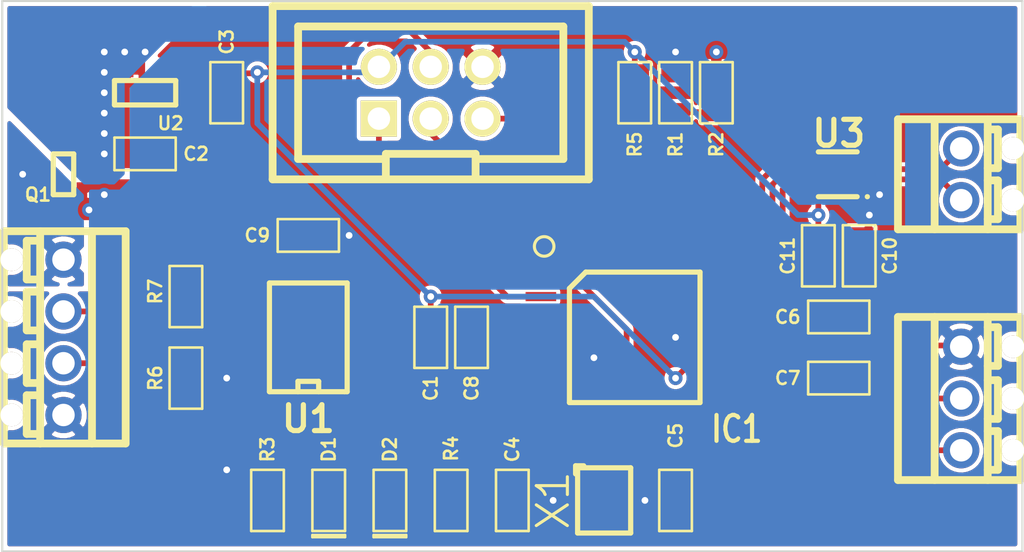
<source format=kicad_pcb>
(kicad_pcb (version 3) (host pcbnew "(2013-mar-13)-testing")
  (layers (15 Front signal) (0 Back signal) (18 B.Paste user) (19 F.Paste user) (20 B.SilkS user) (21 F.SilkS user) (22 B.Mask user) (23 F.Mask user) (28 Edge.Cuts user))
  (net 0 "")
  (net 1 +5V)
  (net 2 +BATT)
  (net 3 /Core/ARef)
  (net 4 /Core/CAN_HIGH)
  (net 5 /Core/CAN_LOW)
  (net 6 /Core/CAN_RX)
  (net 7 /Core/CAN_TX)
  (net 8 /Core/F_PWM)
  (net 9 /Core/ISP_MISO)
  (net 10 /Core/ISP_MOSI)
  (net 11 /Core/ISP_RES)
  (net 12 /Core/ISP_SCK)
  (net 13 /Core/MOTOR+)
  (net 14 /Core/MOTOR-)
  (net 15 /Core/R_PWM)
  (net 16 /Core/aPot)
  (net 17 /Core/ledA)
  (net 18 /Core/ledB)
  (net 19 /Core/m_EN)
  (net 20 /Core/uBattFB)
  (net 21 /Core/uIn)
  (net 22 GND)
  (net 23 N-000014)
  (net 24 N-000015)
  (net 25 N-000020)
  (net 26 N-000021)
  (net 27 N-000041)
  (module XTAL_SMD_2mm5x2mm (layer Front) (at 209.5 156 270)
    (fp_text reference X1 (at 0 2.5 270) (layer F.SilkS))
    (fp_text value 16MHz hide)
    (pad 1 smd rect (at -0.8509 0.65024 270) (size 1.19888 1.00076) (layers Front F.Paste F.Mask) (net 24 N-000015))
    (pad 2 smd rect (at 0.8509 0.65024 270) (size 1.19888 1.00076) (layers Front F.Paste F.Mask) (net 22 GND))
    (pad 3 smd rect (at 0.8509 -0.65024 270) (size 1.19888 1.00076) (layers Front F.Paste F.Mask) (net 23 N-000014))
    (pad 4 smd rect (at -0.8509 -0.65024 270) (size 1.19888 1.00076) (layers Front F.Paste F.Mask) (net 22 GND))
  )
  (module TQFP-32 (layer Front) (at 211 148)
    (fp_text reference IC1 (at 5 4.5) (layer F.SilkS) (effects (font (size 1.27 1.016) (thickness 0.2032))))
    (fp_text value ATMEGA32M1_QFN32 hide)
    (pad 8 smd rect (at -4.59994 2.79908) (size 1.50114 0.44958) (layers Front F.Paste F.Mask) (net 17 /Core/ledA))
    (pad 7 smd rect (at -4.59994 1.99898) (size 1.50114 0.44958) (layers Front F.Paste F.Mask) (net 6 /Core/CAN_RX))
    (pad 6 smd rect (at -4.59994 1.19888) (size 1.50114 0.44958) (layers Front F.Paste F.Mask) (net 7 /Core/CAN_TX))
    (pad 5 smd rect (at -4.59994 0.39878) (size 1.50114 0.44958) (layers Front F.Paste F.Mask) (net 22 GND))
    (pad 4 smd rect (at -4.59994 -0.39878) (size 1.50114 0.44958) (layers Front F.Paste F.Mask) (net 1 +5V))
    (pad 3 smd rect (at -4.59994 -1.19888) (size 1.50114 0.44958) (layers Front F.Paste F.Mask))
    (pad 2 smd rect (at -4.59994 -1.99898) (size 1.50114 0.44958) (layers Front F.Paste F.Mask) (net 10 /Core/ISP_MOSI))
    (pad 1 smd rect (at -4.59994 -2.79908) (size 1.50114 0.44958) (layers Front F.Paste F.Mask) (net 9 /Core/ISP_MISO))
    (pad 24 smd rect (at 4.59994 -2.79908) (size 1.50114 0.44958) (layers Front F.Paste F.Mask) (net 15 /Core/R_PWM))
    (pad 17 smd rect (at 4.59994 2.79908) (size 1.50114 0.44958) (layers Front F.Paste F.Mask))
    (pad 18 smd rect (at 4.59994 1.99898) (size 1.50114 0.44958) (layers Front F.Paste F.Mask))
    (pad 19 smd rect (at 4.59994 1.19888) (size 1.50114 0.44958) (layers Front F.Paste F.Mask) (net 1 +5V))
    (pad 20 smd rect (at 4.59994 0.39878) (size 1.50114 0.44958) (layers Front F.Paste F.Mask) (net 22 GND))
    (pad 21 smd rect (at 4.59994 -0.39878) (size 1.50114 0.44958) (layers Front F.Paste F.Mask) (net 3 /Core/ARef))
    (pad 22 smd rect (at 4.59994 -1.19888) (size 1.50114 0.44958) (layers Front F.Paste F.Mask) (net 19 /Core/m_EN))
    (pad 23 smd rect (at 4.59994 -1.99898) (size 1.50114 0.44958) (layers Front F.Paste F.Mask) (net 8 /Core/F_PWM))
    (pad 32 smd rect (at -2.79908 -4.59994) (size 0.44958 1.50114) (layers Front F.Paste F.Mask))
    (pad 31 smd rect (at -1.99898 -4.59994) (size 0.44958 1.50114) (layers Front F.Paste F.Mask) (net 11 /Core/ISP_RES))
    (pad 30 smd rect (at -1.19888 -4.59994) (size 0.44958 1.50114) (layers Front F.Paste F.Mask))
    (pad 29 smd rect (at -0.39878 -4.59994) (size 0.44958 1.50114) (layers Front F.Paste F.Mask))
    (pad 28 smd rect (at 0.39878 -4.59994) (size 0.44958 1.50114) (layers Front F.Paste F.Mask))
    (pad 27 smd rect (at 1.19888 -4.59994) (size 0.44958 1.50114) (layers Front F.Paste F.Mask))
    (pad 26 smd rect (at 1.99898 -4.59994) (size 0.44958 1.50114) (layers Front F.Paste F.Mask) (net 20 /Core/uBattFB))
    (pad 25 smd rect (at 2.79908 -4.59994) (size 0.44958 1.50114) (layers Front F.Paste F.Mask))
    (pad 9 smd rect (at -2.79908 4.59994) (size 0.44958 1.50114) (layers Front F.Paste F.Mask) (net 18 /Core/ledB))
    (pad 10 smd rect (at -1.99898 4.59994) (size 0.44958 1.50114) (layers Front F.Paste F.Mask) (net 24 N-000015))
    (pad 11 smd rect (at -1.19888 4.59994) (size 0.44958 1.50114) (layers Front F.Paste F.Mask) (net 23 N-000014))
    (pad 12 smd rect (at -0.39878 4.59994) (size 0.44958 1.50114) (layers Front F.Paste F.Mask) (net 12 /Core/ISP_SCK))
    (pad 13 smd rect (at 0.39878 4.59994) (size 0.44958 1.50114) (layers Front F.Paste F.Mask))
    (pad 14 smd rect (at 1.19888 4.59994) (size 0.44958 1.50114) (layers Front F.Paste F.Mask))
    (pad 15 smd rect (at 1.99898 4.59994) (size 0.44958 1.50114) (layers Front F.Paste F.Mask))
    (pad 16 smd rect (at 2.79908 4.59994) (size 0.44958 1.50114) (layers Front F.Paste F.Mask) (net 16 /Core/aPot))
  )
  (module SMD-0805-LED (layer Front) (at 196 156 270)
    (fp_text reference D1 (at -2.5 0 270) (layer F.SilkS) (effects (font (size 0.635 0.635) (thickness 0.127))))
    (fp_text value LED hide)
    (pad 1 smd rect (at -0.9525 0 270) (size 0.889 1.397) (layers Front F.Paste F.Mask) (net 17 /Core/ledA))
    (pad 2 smd rect (at 0.9525 0 270) (size 0.889 1.397) (layers Front F.Paste F.Mask) (net 26 N-000021))
  )
  (module SMD-0805 (layer Front) (at 191 136 270)
    (fp_text reference C3 (at -2.5 0 270) (layer F.SilkS) (effects (font (size 0.635 0.635) (thickness 0.127))))
    (fp_text value 0µ1 hide)
    (pad 1 smd rect (at -0.9525 0 270) (size 0.889 1.397) (layers Front F.Paste F.Mask) (net 1 +5V))
    (pad 2 smd rect (at 0.9525 0 270) (size 0.889 1.397) (layers Front F.Paste F.Mask) (net 22 GND))
  )
  (module SMD-0805 (layer Front) (at 193 156 90)
    (fp_text reference R3 (at 2.5 0 90) (layer F.SilkS) (effects (font (size 0.635 0.635) (thickness 0.127))))
    (fp_text value 400 hide)
    (pad 1 smd rect (at -0.9525 0 90) (size 0.889 1.397) (layers Front F.Paste F.Mask) (net 26 N-000021))
    (pad 2 smd rect (at 0.9525 0 90) (size 0.889 1.397) (layers Front F.Paste F.Mask) (net 22 GND))
  )
  (module SMD-0805 (layer Front) (at 215 136 90)
    (fp_text reference R2 (at -2.54 0 90) (layer F.SilkS) (effects (font (size 0.635 0.635) (thickness 0.127))))
    (fp_text value 22k hide)
    (pad 1 smd rect (at -0.9525 0 90) (size 0.889 1.397) (layers Front F.Paste F.Mask) (net 20 /Core/uBattFB))
    (pad 2 smd rect (at 0.9525 0 90) (size 0.889 1.397) (layers Front F.Paste F.Mask) (net 22 GND))
  )
  (module SMD-0805 (layer Front) (at 213 136 270)
    (fp_text reference R1 (at 2.54 0 270) (layer F.SilkS) (effects (font (size 0.635 0.635) (thickness 0.127))))
    (fp_text value 12k hide)
    (pad 1 smd rect (at -0.9525 0 270) (size 0.889 1.397) (layers Front F.Paste F.Mask) (net 2 +BATT))
    (pad 2 smd rect (at 0.9525 0 270) (size 0.889 1.397) (layers Front F.Paste F.Mask) (net 20 /Core/uBattFB))
  )
  (module SMD-0805 (layer Front) (at 195 143 180)
    (fp_text reference C9 (at 2.5 0 180) (layer F.SilkS) (effects (font (size 0.635 0.635) (thickness 0.127))))
    (fp_text value cCAN hide)
    (pad 1 smd rect (at -0.9525 0 180) (size 0.889 1.397) (layers Front F.Paste F.Mask) (net 22 GND))
    (pad 2 smd rect (at 0.9525 0 180) (size 0.889 1.397) (layers Front F.Paste F.Mask) (net 27 N-000041))
  )
  (module SMD-0805 (layer Front) (at 220 144 270)
    (fp_text reference C11 (at 0 1.5 270) (layer F.SilkS) (effects (font (size 0.635 0.635) (thickness 0.127))))
    (fp_text value 100n hide)
    (pad 1 smd rect (at -0.9525 0 270) (size 0.889 1.397) (layers Front F.Paste F.Mask) (net 1 +5V))
    (pad 2 smd rect (at 0.9525 0 270) (size 0.889 1.397) (layers Front F.Paste F.Mask) (net 22 GND))
  )
  (module SMD-0805 (layer Front) (at 213 156 270)
    (fp_text reference C5 (at -3.175 0 270) (layer F.SilkS) (effects (font (size 0.635 0.635) (thickness 0.127))))
    (fp_text value 10p hide)
    (pad 1 smd rect (at -0.9525 0 270) (size 0.889 1.397) (layers Front F.Paste F.Mask) (net 22 GND))
    (pad 2 smd rect (at 0.9525 0 270) (size 0.889 1.397) (layers Front F.Paste F.Mask) (net 23 N-000014))
  )
  (module SMD-0805 (layer Front) (at 221 147)
    (fp_text reference C6 (at -2.5 0) (layer F.SilkS) (effects (font (size 0.635 0.635) (thickness 0.127))))
    (fp_text value 100n hide)
    (pad 1 smd rect (at -0.9525 0) (size 0.889 1.397) (layers Front F.Paste F.Mask) (net 3 /Core/ARef))
    (pad 2 smd rect (at 0.9525 0) (size 0.889 1.397) (layers Front F.Paste F.Mask) (net 22 GND))
  )
  (module SMD-0805 (layer Front) (at 221 150)
    (fp_text reference C7 (at -2.5 0) (layer F.SilkS) (effects (font (size 0.635 0.635) (thickness 0.127))))
    (fp_text value 100n hide)
    (pad 1 smd rect (at -0.9525 0) (size 0.889 1.397) (layers Front F.Paste F.Mask) (net 1 +5V))
    (pad 2 smd rect (at 0.9525 0) (size 0.889 1.397) (layers Front F.Paste F.Mask) (net 22 GND))
  )
  (module SMD-0805 (layer Front) (at 187 139)
    (fp_text reference C2 (at 2.5 0) (layer F.SilkS) (effects (font (size 0.635 0.635) (thickness 0.127))))
    (fp_text value 0µ1 hide)
    (pad 1 smd rect (at -0.9525 0) (size 0.889 1.397) (layers Front F.Paste F.Mask) (net 2 +BATT))
    (pad 2 smd rect (at 0.9525 0) (size 0.889 1.397) (layers Front F.Paste F.Mask) (net 22 GND))
  )
  (module SMD-0805 (layer Front) (at 201 148 270)
    (fp_text reference C1 (at 2.5 0 270) (layer F.SilkS) (effects (font (size 0.635 0.635) (thickness 0.127))))
    (fp_text value 100n hide)
    (pad 1 smd rect (at -0.9525 0 270) (size 0.889 1.397) (layers Front F.Paste F.Mask) (net 1 +5V))
    (pad 2 smd rect (at 0.9525 0 270) (size 0.889 1.397) (layers Front F.Paste F.Mask) (net 22 GND))
  )
  (module SMD-0805 (layer Front) (at 203 148 270)
    (fp_text reference C8 (at 2.5 0 270) (layer F.SilkS) (effects (font (size 0.635 0.635) (thickness 0.127))))
    (fp_text value 100n hide)
    (pad 1 smd rect (at -0.9525 0 270) (size 0.889 1.397) (layers Front F.Paste F.Mask) (net 1 +5V))
    (pad 2 smd rect (at 0.9525 0 270) (size 0.889 1.397) (layers Front F.Paste F.Mask) (net 22 GND))
  )
  (module SMD-0805 (layer Front) (at 211 136 270)
    (fp_text reference R5 (at 2.54 0 270) (layer F.SilkS) (effects (font (size 0.635 0.635) (thickness 0.127))))
    (fp_text value 10k hide)
    (pad 1 smd rect (at -0.9525 0 270) (size 0.889 1.397) (layers Front F.Paste F.Mask) (net 1 +5V))
    (pad 2 smd rect (at 0.9525 0 270) (size 0.889 1.397) (layers Front F.Paste F.Mask) (net 11 /Core/ISP_RES))
  )
  (module SMD-0805 (layer Front) (at 189 150 270)
    (fp_text reference R6 (at 0 1.5 270) (layer F.SilkS) (effects (font (size 0.635 0.635) (thickness 0.127))))
    (fp_text value rCAN hide)
    (pad 1 smd rect (at -0.9525 0 270) (size 0.889 1.397) (layers Front F.Paste F.Mask) (net 4 /Core/CAN_HIGH))
    (pad 2 smd rect (at 0.9525 0 270) (size 0.889 1.397) (layers Front F.Paste F.Mask) (net 27 N-000041))
  )
  (module SMD-0805 (layer Front) (at 222 144 270)
    (fp_text reference C10 (at 0 -1.5 270) (layer F.SilkS) (effects (font (size 0.635 0.635) (thickness 0.127))))
    (fp_text value 100n hide)
    (pad 1 smd rect (at -0.9525 0 270) (size 0.889 1.397) (layers Front F.Paste F.Mask) (net 2 +BATT))
    (pad 2 smd rect (at 0.9525 0 270) (size 0.889 1.397) (layers Front F.Paste F.Mask) (net 22 GND))
  )
  (module SMD-0805 (layer Front) (at 202 156 90)
    (fp_text reference R4 (at 2.54 0 90) (layer F.SilkS) (effects (font (size 0.635 0.635) (thickness 0.127))))
    (fp_text value 400 hide)
    (pad 1 smd rect (at -0.9525 0 90) (size 0.889 1.397) (layers Front F.Paste F.Mask) (net 25 N-000020))
    (pad 2 smd rect (at 0.9525 0 90) (size 0.889 1.397) (layers Front F.Paste F.Mask) (net 22 GND))
  )
  (module SMD-0805 (layer Front) (at 205 156 270)
    (fp_text reference C4 (at -2.5 0 270) (layer F.SilkS) (effects (font (size 0.635 0.635) (thickness 0.127))))
    (fp_text value 12p hide)
    (pad 1 smd rect (at -0.9525 0 270) (size 0.889 1.397) (layers Front F.Paste F.Mask) (net 24 N-000015))
    (pad 2 smd rect (at 0.9525 0 270) (size 0.889 1.397) (layers Front F.Paste F.Mask) (net 22 GND))
  )
  (module DIN_41651_3x2 (layer Front) (at 201 136)
    (fp_text reference ISP1 hide)
    (fp_text value ATMEL_ISP-6P hide)
    (pad 1 thru_hole rect (at -2.54 1.27) (size 1.77038 1.77038) (drill 1.09982) (layers *.Cu *.Mask F.SilkS) (net 9 /Core/ISP_MISO))
    (pad 2 thru_hole circle (at -2.54 -1.27) (size 1.77038 1.77038) (drill 1.09982) (layers *.Cu *.Mask F.SilkS) (net 1 +5V))
    (pad 3 thru_hole circle (at 0 1.27) (size 1.77038 1.77038) (drill 1.09982) (layers *.Cu *.Mask F.SilkS) (net 12 /Core/ISP_SCK))
    (pad 4 thru_hole circle (at 0 -1.27) (size 1.77038 1.77038) (drill 1.09982) (layers *.Cu *.Mask F.SilkS) (net 10 /Core/ISP_MOSI))
    (pad 5 thru_hole circle (at 2.54 1.27) (size 1.77038 1.77038) (drill 1.09982) (layers *.Cu *.Mask F.SilkS) (net 11 /Core/ISP_RES))
    (pad 6 thru_hole circle (at 2.54 -1.27) (size 1.77038 1.77038) (drill 1.09982) (layers *.Cu *.Mask F.SilkS) (net 22 GND))
  )
  (module MPT_0,5/2,54x02 (layer Front) (at 227 140 90)
    (fp_text reference P3 hide)
    (fp_text value MOTOR hide)
    (pad "" thru_hole circle (at 1.27 2.54 90) (size 1.09982 1.09982) (drill 1.09982) (layers *.Cu *.Mask F.SilkS))
    (pad "" thru_hole circle (at -1.27 2.54 90) (size 1.09982 1.09982) (drill 1.09982) (layers *.Cu *.Mask F.SilkS))
    (pad 1 thru_hole circle (at -1.27 0 90) (size 1.778 1.778) (drill 1.09982) (layers *.Cu *.Mask) (net 13 /Core/MOTOR+))
    (pad 2 thru_hole circle (at 1.27 0 90) (size 1.778 1.778) (drill 1.09982) (layers *.Cu *.Mask) (net 14 /Core/MOTOR-))
  )
  (module SMD-PWSON-8 (layer Front) (at 221 140 90)
    (fp_text reference U3 (at 2 0 180) (layer F.SilkS) (effects (font (size 1.27 1.27) (thickness 0.254))))
    (fp_text value DRV8837-DSG hide)
    (pad TPAD smd rect (at 0 0 90) (size 1.6 0.9) (layers Front F.Paste F.Mask) (net 22 GND) (clearance 0.2))
    (pad 1 smd rect (at -0.75 0.95 90) (size 0.28 0.5) (layers Front F.Paste F.Mask) (net 2 +BATT) (clearance 0.2))
    (pad 2 smd rect (at -0.25 0.95 90) (size 0.28 0.5) (layers Front F.Paste F.Mask) (net 13 /Core/MOTOR+) (clearance 0.2))
    (pad 3 smd rect (at 0.25 0.95 90) (size 0.28 0.5) (layers Front F.Paste F.Mask) (net 14 /Core/MOTOR-) (clearance 0.2))
    (pad 4 smd rect (at 0.75 0.95 90) (size 0.28 0.5) (layers Front F.Paste F.Mask) (net 22 GND) (clearance 0.2))
    (pad 5 smd rect (at 0.75 -0.95 90) (size 0.28 0.5) (layers Front F.Paste F.Mask) (net 15 /Core/R_PWM) (clearance 0.2))
    (pad 6 smd rect (at 0.25 -0.95 90) (size 0.28 0.5) (layers Front F.Paste F.Mask) (net 8 /Core/F_PWM) (clearance 0.2))
    (pad 7 smd rect (at -0.25 -0.95 90) (size 0.28 0.5) (layers Front F.Paste F.Mask) (net 19 /Core/m_EN) (clearance 0.2))
    (pad 8 smd rect (at -0.75 -0.95 90) (size 0.28 0.5) (layers Front F.Paste F.Mask) (net 1 +5V) (clearance 0.2))
    (pad "" smd circle (at -1.1 1.4 90) (size 0.254 0.254) (layers F.SilkS))
  )
  (module SMD-0805 (layer Front) (at 189 146 270)
    (fp_text reference R7 (at -0.25 1.5 270) (layer F.SilkS) (effects (font (size 0.635 0.635) (thickness 0.127))))
    (fp_text value rCAN hide)
    (pad 1 smd rect (at -0.9525 0 270) (size 0.889 1.397) (layers Front F.Paste F.Mask) (net 27 N-000041))
    (pad 2 smd rect (at 0.9525 0 270) (size 0.889 1.397) (layers Front F.Paste F.Mask) (net 5 /Core/CAN_LOW))
  )
  (module SC70-3 (layer Front) (at 183 140 180)
    (fp_text reference Q1 (at 1.25 -1 180) (layer F.SilkS) (effects (font (size 0.635 0.635) (thickness 0.127))))
    (fp_text value PMF170XP hide)
    (pad 1 smd rect (at -0.92456 -0.65024 180) (size 0.55118 0.51054) (layers Front F.Paste F.Mask) (net 22 GND))
    (pad 2 smd rect (at -0.92456 0.65024 180) (size 0.55118 0.51054) (layers Front F.Paste F.Mask) (net 2 +BATT))
    (pad 3 smd rect (at 0.92456 0.0254 180) (size 0.55118 0.51054) (layers Front F.Paste F.Mask) (net 21 /Core/uIn))
  )
  (module MPT_0,5/2,54x03 (layer Front) (at 227 151 90)
    (fp_text reference P2 hide)
    (fp_text value POT hide)
    (pad 3 thru_hole circle (at 2.54 0 90) (size 1.778 1.778) (drill 1.09982) (layers *.Cu *.Mask) (net 22 GND))
    (pad "" thru_hole circle (at 2.54 2.54 90) (size 1.09982 1.09982) (drill 1.09982) (layers *.Cu *.Mask F.SilkS))
    (pad "" thru_hole circle (at 0 2.54 90) (size 1.09982 1.09982) (drill 1.09982) (layers *.Cu *.Mask F.SilkS))
    (pad "" thru_hole circle (at -2.54 2.54 90) (size 1.09982 1.09982) (drill 1.09982) (layers *.Cu *.Mask F.SilkS))
    (pad 1 thru_hole circle (at -2.54 0 90) (size 1.778 1.778) (drill 1.09982) (layers *.Cu *.Mask) (net 16 /Core/aPot))
    (pad 2 thru_hole circle (at 0 0 90) (size 1.778 1.778) (drill 1.09982) (layers *.Cu *.Mask) (net 1 +5V))
  )
  (module MPT_0,5/2,54x04 (layer Front) (at 183 148 270)
    (fp_text reference P1 hide)
    (fp_text value EXTCON hide)
    (pad 2 thru_hole circle (at -1.27 0 270) (size 1.778 1.778) (drill 1.09982) (layers *.Cu *.Mask) (net 5 /Core/CAN_LOW))
    (pad 1 thru_hole circle (at -3.81 0 270) (size 1.778 1.778) (drill 1.09982) (layers *.Cu *.Mask) (net 21 /Core/uIn))
    (pad "" thru_hole circle (at -3.81 2.54 270) (size 1.09982 1.09982) (drill 1.09982) (layers *.Cu *.Mask F.SilkS))
    (pad "" thru_hole circle (at -1.27 2.54 270) (size 1.09982 1.09982) (drill 1.09982) (layers *.Cu *.Mask F.SilkS))
    (pad "" thru_hole circle (at 3.81 2.54 270) (size 1.09982 1.09982) (drill 1.09982) (layers *.Cu *.Mask F.SilkS))
    (pad "" thru_hole circle (at 1.27 2.54 270) (size 1.09982 1.09982) (drill 1.09982) (layers *.Cu *.Mask F.SilkS))
    (pad 3 thru_hole circle (at 1.27 0 270) (size 1.778 1.778) (drill 1.09982) (layers *.Cu *.Mask) (net 4 /Core/CAN_HIGH))
    (pad 4 thru_hole circle (at 3.81 0 270) (size 1.778 1.778) (drill 1.09982) (layers *.Cu *.Mask) (net 22 GND))
  )
  (module SOIC-8 (layer Front) (at 195 148 90)
    (fp_text reference U1 (at -4 0 180) (layer F.SilkS) (effects (font (size 1.27 1.27) (thickness 0.254))))
    (fp_text value TJA1050 hide)
    (pad 8 smd rect (at -1.905 -2.667 90) (size 0.508 1.143) (layers Front F.Paste F.Mask) (net 22 GND))
    (pad 1 smd rect (at -1.905 2.667 90) (size 0.508 1.143) (layers Front F.Paste F.Mask) (net 7 /Core/CAN_TX))
    (pad 7 smd rect (at -0.635 -2.667 90) (size 0.508 1.143) (layers Front F.Paste F.Mask) (net 4 /Core/CAN_HIGH))
    (pad 6 smd rect (at 0.635 -2.667 90) (size 0.508 1.143) (layers Front F.Paste F.Mask) (net 5 /Core/CAN_LOW))
    (pad 5 smd rect (at 1.905 -2.667 90) (size 0.508 1.143) (layers Front F.Paste F.Mask))
    (pad 2 smd rect (at -0.635 2.667 90) (size 0.508 1.143) (layers Front F.Paste F.Mask) (net 22 GND))
    (pad 3 smd rect (at 0.635 2.667 90) (size 0.508 1.143) (layers Front F.Paste F.Mask) (net 1 +5V))
    (pad 4 smd rect (at 1.905 2.667 90) (size 0.508 1.143) (layers Front F.Paste F.Mask) (net 6 /Core/CAN_RX))
  )
  (module SOT-23_TO-236AB (layer Front) (at 187 136 180)
    (fp_text reference U2 (at -1.25 -1.5 180) (layer F.SilkS) (effects (font (size 0.62992 0.62992) (thickness 0.127))))
    (fp_text value LM3480 hide)
    (pad 3 smd rect (at 0 -1.143 90) (size 0.762 0.762) (layers Front F.Paste F.Mask) (net 22 GND))
    (pad 1 smd rect (at -0.9525 1.143 90) (size 0.762 0.762) (layers Front F.Paste F.Mask) (net 1 +5V))
    (pad 2 smd rect (at 0.9525 1.143 90) (size 0.762 0.762) (layers Front F.Paste F.Mask) (net 2 +BATT))
  )
  (module SMD-0805-LED (layer Front) (at 199 156 270)
    (fp_text reference D2 (at -2.5 0 270) (layer F.SilkS) (effects (font (size 0.635 0.635) (thickness 0.127))))
    (fp_text value LED hide)
    (pad 1 smd rect (at -0.9525 0 270) (size 0.889 1.397) (layers Front F.Paste F.Mask) (net 18 /Core/ledB))
    (pad 2 smd rect (at 0.9525 0 270) (size 0.889 1.397) (layers Front F.Paste F.Mask) (net 25 N-000020))
  )
  (gr_line (start 180 131.5) (end 230 131.5) (angle 90) (layer Edge.Cuts) (width 0.09906))
  (gr_line (start 230 158.5) (end 180 158.5) (angle 90) (layer Edge.Cuts) (width 0.09906))
  (gr_line (start 180 158.5) (end 180 131.5) (angle 90) (layer Edge.Cuts) (width 0.09906))
  (gr_line (start 230 131.5) (end 230 158.5) (angle 90) (layer Edge.Cuts) (width 0.09906))
  (segment (start 192.5 135) (end 198.19 135) (width 0.28) (layer Back) (net 1))
  (segment (start 198.19 135) (end 198.46 134.73) (width 0.28) (layer Back) (net 1))
  (segment (start 192.5 135) (end 192.5 137.5) (width 0.28) (layer Back) (net 1))
  (segment (start 192.5 137.5) (end 201 146) (width 0.28) (layer Back) (net 1))
  (segment (start 201 146) (end 209 146) (width 0.28) (layer Back) (net 1))
  (via (at 213 150) (size 0.6858) (layers Front Back) (net 1))
  (segment (start 215.59994 149.19888) (end 213.80112 149.19888) (width 0.28) (layer Front) (net 1))
  (segment (start 213.80112 149.19888) (end 213 150) (width 0.28) (layer Front) (net 1))
  (segment (start 209 146) (end 213 150) (width 0.28) (layer Back) (net 1))
  (segment (start 220 142) (end 219 142) (width 0.28) (layer Back) (net 1))
  (segment (start 219 142) (end 211 134) (width 0.28) (layer Back) (net 1))
  (segment (start 198.46 134.73) (end 198.52 134.73) (width 0.28) (layer Back) (net 1))
  (segment (start 210.5 133.5) (end 211 134) (width 0.28) (layer Back) (net 1))
  (segment (start 199.75 133.5) (end 210.5 133.5) (width 0.28) (layer Back) (net 1))
  (segment (start 198.52 134.73) (end 199.75 133.5) (width 0.28) (layer Back) (net 1))
  (segment (start 191 135.0475) (end 192.4525 135.0475) (width 0.28) (layer Front) (net 1))
  (via (at 192.5 135) (size 0.6858) (layers Front Back) (net 1))
  (segment (start 192.4525 135.0475) (end 192.5 135) (width 0.28) (layer Front) (net 1))
  (segment (start 187.9525 134.857) (end 188.857 134.857) (width 0.28) (layer Front) (net 1))
  (segment (start 189.0475 135.0475) (end 191 135.0475) (width 0.28) (layer Front) (net 1))
  (segment (start 188.857 134.857) (end 189.0475 135.0475) (width 0.28) (layer Front) (net 1))
  (segment (start 227 151) (end 220.75 151) (width 0.28) (layer Front) (net 1))
  (segment (start 220.0475 150.2975) (end 220.0475 150) (width 0.28) (layer Front) (net 1))
  (segment (start 220.75 151) (end 220.0475 150.2975) (width 0.28) (layer Front) (net 1))
  (segment (start 211 134) (end 211 135.0475) (width 0.28) (layer Front) (net 1))
  (via (at 211 134) (size 0.6858) (layers Front Back) (net 1))
  (via (at 220 142) (size 0.6858) (layers Front Back) (net 1))
  (via (at 201 146) (size 0.6858) (layers Front Back) (net 1))
  (segment (start 201 146) (end 201 147.0475) (width 0.28) (layer Front) (net 1))
  (segment (start 201 147.0475) (end 203 147.0475) (width 0.28) (layer Front) (net 1))
  (segment (start 197.667 147.365) (end 199.635 147.365) (width 0.28) (layer Front) (net 1))
  (segment (start 199.635 147.365) (end 199.9525 147.0475) (width 0.28) (layer Front) (net 1))
  (segment (start 199.9525 147.0475) (end 201 147.0475) (width 0.28) (layer Front) (net 1))
  (segment (start 206.40006 147.60122) (end 204.60122 147.60122) (width 0.28) (layer Front) (net 1))
  (segment (start 204.60122 147.60122) (end 204.0475 147.0475) (width 0.28) (layer Front) (net 1))
  (segment (start 204.0475 147.0475) (end 203 147.0475) (width 0.28) (layer Front) (net 1))
  (segment (start 220 142) (end 220 140.8) (width 0.28) (layer Front) (net 1))
  (segment (start 220 143.0475) (end 220 142) (width 0.28) (layer Front) (net 1))
  (segment (start 220 140.8) (end 220.05 140.75) (width 0.28) (layer Front) (net 1))
  (segment (start 215.59994 149.19888) (end 219.44888 149.19888) (width 0.28) (layer Front) (net 1))
  (segment (start 220.0475 149.7975) (end 220.0475 150) (width 0.28) (layer Front) (net 1))
  (segment (start 219.44888 149.19888) (end 220.0475 149.7975) (width 0.28) (layer Front) (net 1))
  (segment (start 185 139) (end 185 138) (width 0.28) (layer Back) (net 2))
  (via (at 185 138) (size 0.6858) (layers Front Back) (net 2))
  (segment (start 185 137) (end 185 136) (width 0.28) (layer Back) (net 2))
  (via (at 185 136) (size 0.6858) (layers Front Back) (net 2))
  (via (at 185 135) (size 0.6858) (layers Front Back) (net 2))
  (segment (start 185 134) (end 186 134) (width 0.28) (layer Back) (net 2))
  (segment (start 186.143 134.857) (end 187 134) (width 0.28) (layer Front) (net 2))
  (via (at 187 134) (size 0.6858) (layers Front Back) (net 2))
  (segment (start 187 134) (end 186 134) (width 0.28) (layer Back) (net 2))
  (via (at 186 134) (size 0.6858) (layers Front Back) (net 2))
  (segment (start 186.143 134.857) (end 186.0475 134.857) (width 0.28) (layer Front) (net 2))
  (via (at 185 134) (size 0.6858) (layers Front Back) (net 2))
  (segment (start 185 135) (end 185 134) (width 0.28) (layer Back) (net 2))
  (segment (start 185 136) (end 185 135) (width 0.28) (layer Back) (net 2))
  (via (at 185 137) (size 0.6858) (layers Front Back) (net 2))
  (segment (start 185 138) (end 185 137) (width 0.28) (layer Back) (net 2))
  (via (at 185 139) (size 0.6858) (layers Front Back) (net 2))
  (segment (start 222.5 142) (end 222.5 142.5475) (width 0.28) (layer Front) (net 2))
  (segment (start 221.95 141.45) (end 222.5 142) (width 0.28) (layer Front) (net 2))
  (via (at 222.5 142) (size 0.6858) (layers Front Back) (net 2))
  (segment (start 221.95 140.75) (end 221.95 141.45) (width 0.28) (layer Front) (net 2))
  (segment (start 222.5 142.5475) (end 222 143.0475) (width 0.28) (layer Front) (net 2))
  (segment (start 221.95 140.75) (end 222.75 140.75) (width 0.28) (layer Front) (net 2))
  (via (at 223 141) (size 0.6858) (layers Front Back) (net 2))
  (segment (start 222.75 140.75) (end 223 141) (width 0.28) (layer Front) (net 2))
  (segment (start 213 135.0475) (end 213 134) (width 0.28) (layer Front) (net 2))
  (via (at 213 134) (size 0.6858) (layers Front Back) (net 2))
  (segment (start 215.59994 147.60122) (end 219.44628 147.60122) (width 0.55) (layer Front) (net 3))
  (segment (start 219.44628 147.60122) (end 220.0475 147) (width 0.55) (layer Front) (net 3))
  (segment (start 189 149.0475) (end 190.9525 149.0475) (width 0.28) (layer Front) (net 4))
  (segment (start 191.365 148.635) (end 192.333 148.635) (width 0.28) (layer Front) (net 4))
  (segment (start 190.9525 149.0475) (end 191.365 148.635) (width 0.28) (layer Front) (net 4))
  (segment (start 189 149.0475) (end 186.9525 149.0475) (width 0.28) (layer Front) (net 4))
  (segment (start 186.73 149.27) (end 183 149.27) (width 0.28) (layer Front) (net 4))
  (segment (start 186.9525 149.0475) (end 186.73 149.27) (width 0.28) (layer Front) (net 4))
  (segment (start 189 146.9525) (end 190.9525 146.9525) (width 0.28) (layer Front) (net 5))
  (segment (start 191.365 147.365) (end 192.333 147.365) (width 0.28) (layer Front) (net 5))
  (segment (start 190.9525 146.9525) (end 191.365 147.365) (width 0.28) (layer Front) (net 5))
  (segment (start 189 146.9525) (end 186.9525 146.9525) (width 0.28) (layer Front) (net 5))
  (segment (start 186.73 146.73) (end 183 146.73) (width 0.28) (layer Front) (net 5))
  (segment (start 186.9525 146.9525) (end 186.73 146.73) (width 0.28) (layer Front) (net 5))
  (segment (start 206.40006 149.99898) (end 205.00102 149.99898) (width 0.28) (layer Front) (net 6))
  (segment (start 205.00102 149.99898) (end 204.5 150.5) (width 0.28) (layer Front) (net 6))
  (segment (start 196.5 150) (end 196.5 146.5) (width 0.28) (layer Front) (net 6))
  (segment (start 197 150.5) (end 196.5 150) (width 0.28) (layer Front) (net 6))
  (segment (start 204.5 150.5) (end 197 150.5) (width 0.28) (layer Front) (net 6))
  (segment (start 197.667 146.095) (end 196.905 146.095) (width 0.28) (layer Front) (net 6))
  (segment (start 196.905 146.095) (end 196.5 146.5) (width 0.28) (layer Front) (net 6))
  (segment (start 197.572 146) (end 197.667 146.095) (width 0.28) (layer Front) (net 6))
  (segment (start 206.40006 149.19888) (end 204.80112 149.19888) (width 0.28) (layer Front) (net 7))
  (segment (start 204.095 149.905) (end 197.667 149.905) (width 0.28) (layer Front) (net 7))
  (segment (start 204.80112 149.19888) (end 204.095 149.905) (width 0.28) (layer Front) (net 7))
  (segment (start 220.05 139.75) (end 218.5 139.75) (width 0.28) (layer Front) (net 8))
  (segment (start 217.75 140.5) (end 217.75 145) (width 0.28) (layer Front) (net 8))
  (segment (start 218.5 139.75) (end 217.75 140.5) (width 0.28) (layer Front) (net 8))
  (segment (start 215.59994 146.00102) (end 216.74898 146.00102) (width 0.28) (layer Front) (net 8))
  (segment (start 216.74898 146.00102) (end 217.75 145) (width 0.28) (layer Front) (net 8))
  (segment (start 198.46 137.27) (end 198.46 138.96) (width 0.28) (layer Front) (net 9))
  (segment (start 204.70092 145.20092) (end 206.40006 145.20092) (width 0.28) (layer Front) (net 9))
  (segment (start 198.46 138.96) (end 204.70092 145.20092) (width 0.28) (layer Front) (net 9))
  (segment (start 206.40006 146.00102) (end 204.75102 146.00102) (width 0.28) (layer Front) (net 10))
  (segment (start 204.75102 146.00102) (end 197 138.25) (width 0.28) (layer Front) (net 10))
  (segment (start 201 134.73) (end 201 134) (width 0.28) (layer Front) (net 10))
  (segment (start 197 134) (end 197 138.25) (width 0.28) (layer Front) (net 10))
  (segment (start 198 133) (end 197 134) (width 0.28) (layer Front) (net 10))
  (segment (start 200 133) (end 198 133) (width 0.28) (layer Front) (net 10))
  (segment (start 201 134) (end 200 133) (width 0.28) (layer Front) (net 10))
  (segment (start 209.00102 143.40006) (end 209.00102 136.9525) (width 0.28) (layer Front) (net 11))
  (segment (start 209 137) (end 209 136.9525) (width 0.28) (layer Front) (net 11))
  (segment (start 209 136.95352) (end 209 137) (width 0.28) (layer Front) (net 11))
  (segment (start 209.00102 136.9525) (end 209 136.95352) (width 0.28) (layer Front) (net 11))
  (segment (start 203.54 137.27) (end 205.73 137.27) (width 0.28) (layer Front) (net 11))
  (segment (start 206.0475 136.9525) (end 209 136.9525) (width 0.28) (layer Front) (net 11))
  (segment (start 209 136.9525) (end 211 136.9525) (width 0.28) (layer Front) (net 11))
  (segment (start 205.73 137.27) (end 206.0475 136.9525) (width 0.28) (layer Front) (net 11))
  (segment (start 201 137.27) (end 201 138) (width 0.28) (layer Front) (net 12))
  (segment (start 201 138) (end 207.5 144.5) (width 0.28) (layer Front) (net 12))
  (segment (start 207.5 144.5) (end 210.5 147.5) (width 0.28) (layer Front) (net 12))
  (segment (start 210.60122 147.60122) (end 210.60122 152.59994) (width 0.28) (layer Front) (net 12))
  (segment (start 210.5 147.5) (end 210.60122 147.60122) (width 0.28) (layer Front) (net 12))
  (segment (start 221.95 140.25) (end 225.98 140.25) (width 0.28) (layer Front) (net 13))
  (segment (start 225.98 140.25) (end 227 141.27) (width 0.28) (layer Front) (net 13))
  (segment (start 221.95 139.75) (end 225.98 139.75) (width 0.28) (layer Front) (net 14))
  (segment (start 225.98 139.75) (end 227 138.73) (width 0.28) (layer Front) (net 14))
  (segment (start 220.05 139.25) (end 218.25 139.25) (width 0.28) (layer Front) (net 15))
  (segment (start 217.25 140.25) (end 217.25 141) (width 0.28) (layer Front) (net 15))
  (segment (start 218.25 139.25) (end 217.25 140.25) (width 0.28) (layer Front) (net 15))
  (segment (start 215.59994 145.20092) (end 216.79908 145.20092) (width 0.28) (layer Front) (net 15))
  (segment (start 217.25 144.75) (end 217.25 141) (width 0.28) (layer Front) (net 15))
  (segment (start 216.79908 145.20092) (end 217.25 144.75) (width 0.28) (layer Front) (net 15))
  (segment (start 227 153.54) (end 215.54 153.54) (width 0.28) (layer Front) (net 16))
  (segment (start 214.59994 152.59994) (end 213.79908 152.59994) (width 0.28) (layer Front) (net 16))
  (segment (start 215.54 153.54) (end 214.59994 152.59994) (width 0.28) (layer Front) (net 16))
  (segment (start 206.40006 150.79908) (end 205.20092 150.79908) (width 0.28) (layer Front) (net 17))
  (segment (start 196 152) (end 196 155.0475) (width 0.28) (layer Front) (net 17))
  (segment (start 197 151) (end 196 152) (width 0.28) (layer Front) (net 17))
  (segment (start 205 151) (end 197 151) (width 0.28) (layer Front) (net 17))
  (segment (start 205.20092 150.79908) (end 205 151) (width 0.28) (layer Front) (net 17))
  (segment (start 208.20092 152.59994) (end 199.90006 152.59994) (width 0.28) (layer Front) (net 18))
  (segment (start 199 153.5) (end 199 155.0475) (width 0.28) (layer Front) (net 18))
  (segment (start 199.90006 152.59994) (end 199 153.5) (width 0.28) (layer Front) (net 18))
  (segment (start 218.25 145.25) (end 218.25 140.75) (width 0.28) (layer Front) (net 19))
  (segment (start 216.69888 146.80112) (end 218.25 145.25) (width 0.28) (layer Front) (net 19))
  (segment (start 215.59994 146.80112) (end 216.69888 146.80112) (width 0.28) (layer Front) (net 19))
  (segment (start 218.75 140.25) (end 220.05 140.25) (width 0.28) (layer Front) (net 19))
  (segment (start 218.25 140.75) (end 218.75 140.25) (width 0.28) (layer Front) (net 19))
  (segment (start 213 136.9525) (end 213 143.39904) (width 0.28) (layer Front) (net 20))
  (segment (start 213 143.39904) (end 212.99898 143.40006) (width 0.28) (layer Front) (net 20))
  (segment (start 213 136.9525) (end 215 136.9525) (width 0.28) (layer Front) (net 20))
  (segment (start 181 140) (end 181 142.19) (width 0.55) (layer Back) (net 21))
  (segment (start 181 142.19) (end 183 144.19) (width 0.55) (layer Back) (net 21))
  (segment (start 181.0254 139.9746) (end 181 140) (width 0.55) (layer Front) (net 21))
  (via (at 181 140) (size 0.6858) (layers Front Back) (net 21))
  (segment (start 181.0254 139.9746) (end 182.07544 139.9746) (width 0.55) (layer Front) (net 21))
  (segment (start 183.92456 140.65024) (end 183.92456 141.42456) (width 0.28) (layer Front) (net 22))
  (via (at 184.25 141.75) (size 0.6858) (layers Front Back) (net 22))
  (segment (start 183.92456 141.42456) (end 184.25 141.75) (width 0.28) (layer Front) (net 22))
  (segment (start 207 156.8509) (end 207 156) (width 0.28) (layer Front) (net 22))
  (via (at 207 156) (size 0.6858) (layers Front Back) (net 22))
  (segment (start 211.5 155.1491) (end 211.5 156) (width 0.28) (layer Front) (net 22))
  (via (at 211.5 156) (size 0.6858) (layers Front Back) (net 22))
  (segment (start 210.15024 155.1491) (end 211.5 155.1491) (width 0.28) (layer Front) (net 22))
  (segment (start 211.5 155.1491) (end 212.8984 155.1491) (width 0.28) (layer Front) (net 22))
  (segment (start 212.8984 155.1491) (end 213 155.0475) (width 0.28) (layer Front) (net 22))
  (segment (start 208.84976 156.8509) (end 207 156.8509) (width 0.28) (layer Front) (net 22))
  (segment (start 207 156.8509) (end 205.1016 156.8509) (width 0.28) (layer Front) (net 22))
  (segment (start 205.1016 156.8509) (end 205 156.9525) (width 0.28) (layer Front) (net 22))
  (segment (start 187 137.143) (end 188.857 137.143) (width 0.28) (layer Front) (net 22))
  (segment (start 189.0475 136.9525) (end 191 136.9525) (width 0.28) (layer Front) (net 22))
  (segment (start 188.857 137.143) (end 189.0475 136.9525) (width 0.28) (layer Front) (net 22))
  (segment (start 215 135.0475) (end 215 134) (width 0.28) (layer Front) (net 22))
  (via (at 215 134) (size 0.6858) (layers Front Back) (net 22))
  (segment (start 195.9525 143) (end 197 143) (width 0.28) (layer Front) (net 22))
  (via (at 197 143) (size 0.6858) (layers Front Back) (net 22))
  (segment (start 193 155.0475) (end 191.5475 155.0475) (width 0.28) (layer Front) (net 22))
  (via (at 191 154.5) (size 0.6858) (layers Front Back) (net 22))
  (segment (start 191.5475 155.0475) (end 191 154.5) (width 0.28) (layer Front) (net 22))
  (segment (start 222 144.9525) (end 220 144.9525) (width 0.28) (layer Front) (net 22))
  (segment (start 221 140) (end 221 144) (width 0.28) (layer Front) (net 22))
  (segment (start 221 144) (end 220.0475 144.9525) (width 0.28) (layer Front) (net 22))
  (segment (start 220.0475 144.9525) (end 220 144.9525) (width 0.28) (layer Front) (net 22))
  (segment (start 221.9525 147) (end 221.9525 145) (width 0.28) (layer Front) (net 22))
  (segment (start 221.9525 145) (end 222 144.9525) (width 0.28) (layer Front) (net 22))
  (segment (start 221.9525 150) (end 225.46 150) (width 0.28) (layer Front) (net 22))
  (segment (start 225.46 150) (end 227 148.46) (width 0.28) (layer Front) (net 22))
  (segment (start 221.9525 147) (end 225.54 147) (width 0.28) (layer Front) (net 22))
  (segment (start 225.54 147) (end 227 148.46) (width 0.28) (layer Front) (net 22))
  (segment (start 215.59994 148.39878) (end 226.93878 148.39878) (width 0.28) (layer Front) (net 22))
  (segment (start 226.93878 148.39878) (end 227 148.46) (width 0.28) (layer Front) (net 22))
  (segment (start 215.59994 148.39878) (end 213.39878 148.39878) (width 0.28) (layer Front) (net 22))
  (via (at 213 148) (size 0.6858) (layers Front Back) (net 22))
  (segment (start 213.39878 148.39878) (end 213 148) (width 0.28) (layer Front) (net 22))
  (segment (start 206.40006 148.39878) (end 208.39878 148.39878) (width 0.28) (layer Front) (net 22))
  (via (at 209 149) (size 0.6858) (layers Front Back) (net 22))
  (segment (start 208.39878 148.39878) (end 209 149) (width 0.28) (layer Front) (net 22))
  (segment (start 201 148.9525) (end 203 148.9525) (width 0.28) (layer Front) (net 22))
  (segment (start 197.667 148.635) (end 199.635 148.635) (width 0.28) (layer Front) (net 22))
  (segment (start 199.9525 148.9525) (end 201 148.9525) (width 0.28) (layer Front) (net 22))
  (segment (start 199.635 148.635) (end 199.9525 148.9525) (width 0.28) (layer Front) (net 22))
  (segment (start 206.40006 148.39878) (end 204.60122 148.39878) (width 0.28) (layer Front) (net 22))
  (segment (start 204.60122 148.39878) (end 204.0475 148.9525) (width 0.28) (layer Front) (net 22))
  (segment (start 204.0475 148.9525) (end 203 148.9525) (width 0.28) (layer Front) (net 22))
  (segment (start 183.92456 140.65024) (end 184.65024 140.65024) (width 0.28) (layer Front) (net 22))
  (via (at 185 141) (size 0.6858) (layers Front Back) (net 22))
  (segment (start 184.65024 140.65024) (end 185 141) (width 0.28) (layer Front) (net 22))
  (segment (start 215 135.0475) (end 218.0475 135.0475) (width 0.28) (layer Front) (net 22))
  (segment (start 221 138) (end 221 140) (width 0.28) (layer Front) (net 22))
  (segment (start 218.0475 135.0475) (end 221 138) (width 0.28) (layer Front) (net 22))
  (segment (start 221.95 139.25) (end 221.5 139.25) (width 0.28) (layer Front) (net 22))
  (segment (start 221 139.75) (end 221 140) (width 0.28) (layer Front) (net 22))
  (segment (start 221.5 139.25) (end 221 139.75) (width 0.28) (layer Front) (net 22))
  (segment (start 192.333 149.905) (end 191.095 149.905) (width 0.55) (layer Front) (net 22))
  (via (at 191 150) (size 0.6858) (layers Front Back) (net 22))
  (segment (start 191.095 149.905) (end 191 150) (width 0.55) (layer Front) (net 22))
  (segment (start 213 156.9525) (end 213.9525 156.9525) (width 0.28) (layer Front) (net 23))
  (segment (start 214.5 156.405) (end 214.5 156) (width 0.28) (layer Front) (net 23))
  (segment (start 213.9525 156.9525) (end 214.5 156.405) (width 0.28) (layer Front) (net 23))
  (segment (start 209.80112 152.59994) (end 209.80112 153.80112) (width 0.28) (layer Front) (net 23))
  (segment (start 214.5 154.5) (end 214.5 156) (width 0.28) (layer Front) (net 23))
  (segment (start 214 154) (end 214.5 154.5) (width 0.28) (layer Front) (net 23))
  (segment (start 210 154) (end 214 154) (width 0.28) (layer Front) (net 23))
  (segment (start 209.80112 153.80112) (end 210 154) (width 0.28) (layer Front) (net 23))
  (segment (start 210.15024 156.8509) (end 212.8984 156.8509) (width 0.28) (layer Front) (net 23))
  (segment (start 212.8984 156.8509) (end 213 156.9525) (width 0.28) (layer Front) (net 23))
  (segment (start 208.84976 155.1491) (end 205.1016 155.1491) (width 0.28) (layer Front) (net 24))
  (segment (start 205.1016 155.1491) (end 205 155.0475) (width 0.28) (layer Front) (net 24))
  (segment (start 209.00102 152.59994) (end 209.00102 154.99784) (width 0.28) (layer Front) (net 24))
  (segment (start 209.00102 154.99784) (end 208.84976 155.1491) (width 0.28) (layer Front) (net 24))
  (segment (start 199 156.9525) (end 202 156.9525) (width 0.28) (layer Front) (net 25))
  (segment (start 196 156.9525) (end 193 156.9525) (width 0.28) (layer Front) (net 26))
  (segment (start 189 150.9525) (end 192.9525 150.9525) (width 0.28) (layer Front) (net 27))
  (segment (start 193.905 143.1425) (end 194.0475 143) (width 0.28) (layer Front) (net 27))
  (segment (start 193.905 150) (end 193.905 143.1425) (width 0.28) (layer Front) (net 27))
  (segment (start 192.9525 150.9525) (end 193.905 150) (width 0.28) (layer Front) (net 27))
  (segment (start 194.0475 143) (end 190 143) (width 0.28) (layer Front) (net 27))
  (segment (start 189 144) (end 189 145.0475) (width 0.28) (layer Front) (net 27))
  (segment (start 190 143) (end 189 144) (width 0.28) (layer Front) (net 27))
  (zone (net 2) (net_name +BATT) (layer Back) (connect_pads (clearance 0.2)) (min_thickness 0.2) (fill (arc_segments 32) (thermal_gap 0.254) (thermal_bridge_width 0.508))
    (polygon (pts (xy 185.5 140.5) (xy 186 140) (xy 186 135.5) (xy 188 133.5) (xy 211 133.5) (xy 219 141.5) (xy 221 141.5) (xy 222 142.5) (xy 224 142.5) (xy 224 137) (xy 230 137) (xy 230 131.5) (xy 180 131.5) (xy 180 136.5) (xy 184 140.5)))
  )
  (zone (net 21) (net_name /Core/uIn) (layer Back) (connect_pads (clearance 0.2)) (min_thickness 0.2) (fill (arc_segments 32) (thermal_gap 0.254) (thermal_bridge_width 0.508))
    (polygon (pts (xy 180 137) (xy 184 141) (xy 184 145.5) (xy 180 145.5)))
  )
  (zone (net 22) (net_name GND) (layer Back) (connect_pads (clearance 0.2)) (min_thickness 0.2) (fill (arc_segments 32) (thermal_gap 0.254) (thermal_bridge_width 0.508))
    (polygon (pts (xy 180 145.75) (xy 184.25 145.75) (xy 184.25 140.75) (xy 185.75 140.75) (xy 186.25 140.25) (xy 186.25 135.75) (xy 188.25 133.75) (xy 210.75 133.75) (xy 218.75 141.75) (xy 220.75 141.75) (xy 221.75 142.75) (xy 224.25 142.75) (xy 224.25 137.25) (xy 230 137.25) (xy 230 158.5) (xy 180 158.5)))
  )
  (zone (net 22) (net_name GND) (layer Front) (connect_pads (clearance 0.2)) (min_thickness 0.2) (fill (arc_segments 32) (thermal_gap 0.254) (thermal_bridge_width 0.508))
    (polygon (pts (xy 187.25 134.5) (xy 190.25 131.5) (xy 230 131.5) (xy 230 158.5) (xy 180 158.5) (xy 180 145.75) (xy 184.25 145.75) (xy 184.25 142.25) (xy 183.25 142.25) (xy 183.25 140.25) (xy 186.5 140.25) (xy 186.5 136) (xy 187.25 136)))
  )
  (zone (net 21) (net_name /Core/uIn) (layer Front) (connect_pads (clearance 0.2)) (min_thickness 0.2) (fill (arc_segments 32) (thermal_gap 0.254) (thermal_bridge_width 0.508))
    (polygon (pts (xy 180 145.5) (xy 184 145.5) (xy 184 142.5) (xy 183 142.5) (xy 183 140) (xy 180 137)))
  )
  (zone (net 2) (net_name +BATT) (layer Front) (connect_pads (clearance 0.2)) (min_thickness 0.2) (fill (arc_segments 32) (thermal_gap 0.254) (thermal_bridge_width 0.508))
    (polygon (pts (xy 183.5 140) (xy 186.25 140) (xy 186.25 135.75) (xy 187 135.75) (xy 187 134.5) (xy 187 134.25) (xy 189.75 131.5) (xy 180 131.5) (xy 180 136.5) (xy 183.25 139.75)))
  )
)
</source>
